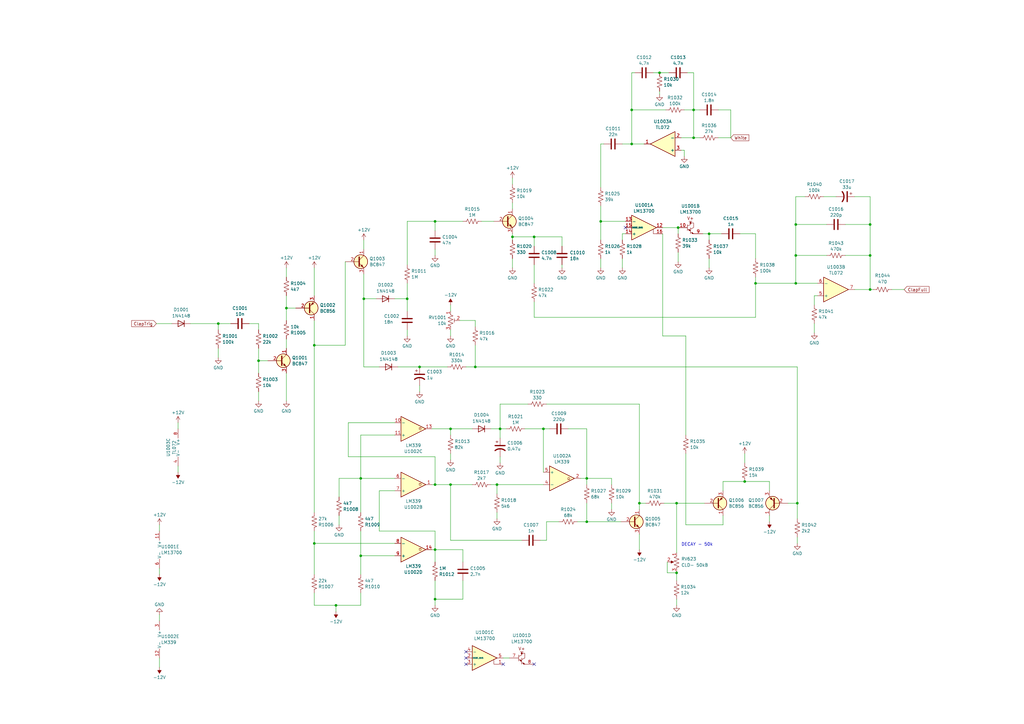
<source format=kicad_sch>
(kicad_sch (version 20230121) (generator eeschema)
  (paper "A3")
  (title_block (rev "1"))
  (junction (at 356.87 104.775))
  (junction (at 137.795 248.285))
  (junction (at 194.945 150.495))
  (junction (at 259.08 45.085))
  (junction (at 327.025 206.375))
  (junction (at 259.08 59.055))
  (junction (at 203.835 198.755))
  (junction (at 210.185 97.155))
  (junction (at 356.87 92.075))
  (junction (at 284.48 45.085))
  (junction (at 240.665 213.995))
  (junction (at 149.225 122.555))
  (junction (at 205.105 175.895))
  (junction (at 246.38 90.805))
  (junction (at 309.88 116.205))
  (junction (at 290.83 95.885))
  (junction (at 89.535 132.715))
  (junction (at 178.435 90.805))
  (junction (at 262.255 206.375))
  (junction (at 326.39 92.075))
  (junction (at 219.075 97.155))
  (junction (at 356.87 118.745))
  (junction (at 326.39 104.775))
  (junction (at 277.495 206.375))
  (junction (at 178.435 245.745))
  (junction (at 284.48 56.515))
  (junction (at 128.905 222.885))
  (junction (at 305.435 197.485))
  (junction (at 147.955 227.965))
  (junction (at 326.39 116.205))
  (junction (at 147.955 196.215))
  (junction (at 128.905 141.605))
  (junction (at 178.435 225.425))
  (junction (at 167.005 122.555))
  (junction (at 106.045 147.955))
  (junction (at 277.495 234.95))
  (junction (at 240.665 196.215))
  (junction (at 222.885 175.895))
  (junction (at 172.085 150.495))
  (junction (at 117.475 126.365))
  (junction (at 178.435 198.755))
  (junction (at 184.785 175.895))
  (junction (at 270.51 29.845))
  (junction (at 184.785 198.755))
  (junction (at 278.13 93.345))
  (no_connect (at 206.375 272.415))
  (no_connect (at 256.54 93.345))
  (no_connect (at 191.135 267.335))
  (no_connect (at 219.075 272.415))
  (no_connect (at 191.135 269.875))
  (no_connect (at 191.135 272.415))
  (wire (pts (xy 141.605 141.605) (xy 128.905 141.605)))
  (wire (pts (xy 294.64 56.515) (xy 299.72 56.515)))
  (wire (pts (xy 188.595 131.445) (xy 194.945 131.445)))
  (wire (pts (xy 277.495 206.375) (xy 288.925 206.375)))
  (wire (pts (xy 250.825 206.375) (xy 250.825 208.915)))
  (wire (pts (xy 255.27 59.055) (xy 259.08 59.055)))
  (wire (pts (xy 178.435 198.755) (xy 184.785 198.755)))
  (wire (pts (xy 296.545 201.295) (xy 296.545 197.485)))
  (wire (pts (xy 106.045 160.655) (xy 106.045 164.465)))
  (wire (pts (xy 203.835 210.185) (xy 203.835 212.725)))
  (wire (pts (xy 255.27 98.425) (xy 255.27 95.885)))
  (wire (pts (xy 284.48 56.515) (xy 287.02 56.515)))
  (wire (pts (xy 128.905 131.445) (xy 128.905 141.605)))
  (wire (pts (xy 222.885 175.895) (xy 225.425 175.895)))
  (wire (pts (xy 281.305 215.265) (xy 296.545 215.265)))
  (wire (pts (xy 142.875 173.355) (xy 142.875 187.325)))
  (wire (pts (xy 284.48 56.515) (xy 284.48 45.085)))
  (wire (pts (xy 147.955 196.215) (xy 161.925 196.215)))
  (wire (pts (xy 267.97 29.845) (xy 270.51 29.845)))
  (wire (pts (xy 337.82 80.645) (xy 342.9 80.645)))
  (wire (pts (xy 309.88 116.205) (xy 309.88 130.175)))
  (wire (pts (xy 271.78 93.345) (xy 278.13 93.345)))
  (wire (pts (xy 210.185 106.045) (xy 210.185 109.855)))
  (wire (pts (xy 137.795 248.285) (xy 128.905 248.285)))
  (wire (pts (xy 178.435 198.755) (xy 177.165 198.755)))
  (wire (pts (xy 139.065 211.455) (xy 139.065 215.265)))
  (wire (pts (xy 334.01 132.715) (xy 334.01 136.525)))
  (wire (pts (xy 117.475 139.065) (xy 117.475 142.875)))
  (wire (pts (xy 246.38 59.055) (xy 247.65 59.055)))
  (wire (pts (xy 262.255 206.375) (xy 264.795 206.375)))
  (wire (pts (xy 147.955 227.965) (xy 147.955 235.585)))
  (wire (pts (xy 73.025 173.355) (xy 73.025 175.895)))
  (wire (pts (xy 271.78 137.795) (xy 271.78 95.885)))
  (wire (pts (xy 205.105 165.735) (xy 205.105 175.895)))
  (wire (pts (xy 161.925 173.355) (xy 142.875 173.355)))
  (wire (pts (xy 191.135 150.495) (xy 194.945 150.495)))
  (wire (pts (xy 334.01 125.095) (xy 334.01 121.285)))
  (wire (pts (xy 178.435 245.745) (xy 189.865 245.745)))
  (wire (pts (xy 205.105 175.895) (xy 207.645 175.895)))
  (wire (pts (xy 219.075 97.155) (xy 219.075 100.965)))
  (wire (pts (xy 259.08 59.055) (xy 264.16 59.055)))
  (wire (pts (xy 161.925 178.435) (xy 147.955 178.435)))
  (wire (pts (xy 161.925 122.555) (xy 167.005 122.555)))
  (wire (pts (xy 277.495 206.375) (xy 277.495 226.695)))
  (wire (pts (xy 330.2 80.645) (xy 326.39 80.645)))
  (wire (pts (xy 128.905 248.285) (xy 128.905 243.205)))
  (wire (pts (xy 184.785 198.755) (xy 193.675 198.755)))
  (wire (pts (xy 278.13 103.505) (xy 278.13 107.315)))
  (wire (pts (xy 142.875 187.325) (xy 178.435 187.325)))
  (wire (pts (xy 277.495 234.315) (xy 277.495 234.95)))
  (wire (pts (xy 178.435 102.235) (xy 178.435 104.775)))
  (wire (pts (xy 210.185 95.885) (xy 210.185 97.155)))
  (wire (pts (xy 327.025 206.375) (xy 323.215 206.375)))
  (wire (pts (xy 240.665 196.215) (xy 250.825 196.215)))
  (wire (pts (xy 280.67 64.135) (xy 280.67 61.595)))
  (wire (pts (xy 184.785 221.615) (xy 184.785 198.755)))
  (wire (pts (xy 233.045 175.895) (xy 240.665 175.895)))
  (wire (pts (xy 346.71 104.775) (xy 356.87 104.775)))
  (wire (pts (xy 334.01 121.285) (xy 335.28 121.285)))
  (wire (pts (xy 284.48 29.845) (xy 281.94 29.845)))
  (wire (pts (xy 315.595 211.455) (xy 315.595 213.995)))
  (wire (pts (xy 326.39 104.775) (xy 339.09 104.775)))
  (wire (pts (xy 288.29 95.885) (xy 290.83 95.885)))
  (wire (pts (xy 106.045 142.875) (xy 106.045 147.955)))
  (wire (pts (xy 259.08 45.085) (xy 273.05 45.085)))
  (wire (pts (xy 141.605 107.315) (xy 141.605 141.605)))
  (wire (pts (xy 281.305 215.265) (xy 281.305 186.055)))
  (wire (pts (xy 89.535 142.875) (xy 89.535 146.685)))
  (wire (pts (xy 147.955 196.215) (xy 147.955 210.185)))
  (wire (pts (xy 139.065 196.215) (xy 147.955 196.215)))
  (wire (pts (xy 278.13 93.345) (xy 278.13 95.885)))
  (wire (pts (xy 326.39 116.205) (xy 335.28 116.205)))
  (wire (pts (xy 149.225 150.495) (xy 149.225 122.555)))
  (wire (pts (xy 203.835 198.755) (xy 222.885 198.755)))
  (wire (pts (xy 197.485 90.805) (xy 202.565 90.805)))
  (wire (pts (xy 137.795 250.825) (xy 137.795 248.285)))
  (wire (pts (xy 299.72 56.515) (xy 299.72 45.085)))
  (wire (pts (xy 305.435 186.055) (xy 305.435 189.865)))
  (wire (pts (xy 365.76 118.745) (xy 370.84 118.745)))
  (wire (pts (xy 117.475 121.285) (xy 117.475 126.365)))
  (wire (pts (xy 210.185 97.155) (xy 210.185 98.425)))
  (wire (pts (xy 236.855 213.995) (xy 240.665 213.995)))
  (wire (pts (xy 219.075 108.585) (xy 219.075 116.205)))
  (wire (pts (xy 315.595 197.485) (xy 315.595 201.295)))
  (wire (pts (xy 309.88 116.205) (xy 326.39 116.205)))
  (wire (pts (xy 326.39 92.075) (xy 339.09 92.075)))
  (wire (pts (xy 281.305 137.795) (xy 281.305 178.435)))
  (wire (pts (xy 350.52 80.645) (xy 356.87 80.645)))
  (wire (pts (xy 270.51 29.845) (xy 274.32 29.845)))
  (wire (pts (xy 128.905 109.855) (xy 128.905 121.285)))
  (wire (pts (xy 172.085 158.115) (xy 172.085 160.655)))
  (wire (pts (xy 260.35 29.845) (xy 259.08 29.845)))
  (wire (pts (xy 326.39 80.645) (xy 326.39 92.075)))
  (wire (pts (xy 221.615 221.615) (xy 224.155 221.615)))
  (wire (pts (xy 210.185 97.155) (xy 219.075 97.155)))
  (wire (pts (xy 327.025 150.495) (xy 327.025 206.375)))
  (wire (pts (xy 178.435 90.805) (xy 189.865 90.805)))
  (wire (pts (xy 230.505 97.155) (xy 230.505 100.965)))
  (wire (pts (xy 277.495 245.745) (xy 277.495 248.285)))
  (wire (pts (xy 167.005 135.255) (xy 167.005 137.795)))
  (wire (pts (xy 184.785 135.255) (xy 184.785 137.795)))
  (wire (pts (xy 194.945 150.495) (xy 194.945 141.605)))
  (wire (pts (xy 215.265 175.895) (xy 222.885 175.895)))
  (wire (pts (xy 246.38 76.835) (xy 246.38 59.055)))
  (wire (pts (xy 309.88 113.665) (xy 309.88 116.205)))
  (wire (pts (xy 137.795 248.285) (xy 147.955 248.285)))
  (wire (pts (xy 296.545 215.265) (xy 296.545 211.455)))
  (wire (pts (xy 327.025 212.725) (xy 327.025 206.375)))
  (wire (pts (xy 149.225 122.555) (xy 149.225 112.395)))
  (wire (pts (xy 290.83 95.885) (xy 290.83 98.425)))
  (wire (pts (xy 147.955 227.965) (xy 161.925 227.965)))
  (wire (pts (xy 216.535 165.735) (xy 205.105 165.735)))
  (wire (pts (xy 65.405 252.095) (xy 65.405 254.635)))
  (wire (pts (xy 155.575 201.295) (xy 155.575 217.805)))
  (wire (pts (xy 189.865 245.745) (xy 189.865 238.125)))
  (wire (pts (xy 299.72 45.085) (xy 294.64 45.085)))
  (wire (pts (xy 139.065 203.835) (xy 139.065 196.215)))
  (wire (pts (xy 128.905 222.885) (xy 161.925 222.885)))
  (wire (pts (xy 117.475 126.365) (xy 117.475 131.445)))
  (wire (pts (xy 184.785 175.895) (xy 193.675 175.895)))
  (wire (pts (xy 178.435 217.805) (xy 178.435 225.425)))
  (wire (pts (xy 89.535 132.715) (xy 94.615 132.715)))
  (wire (pts (xy 178.435 90.805) (xy 178.435 94.615)))
  (wire (pts (xy 167.005 122.555) (xy 167.005 127.635)))
  (wire (pts (xy 206.375 269.875) (xy 208.915 269.875)))
  (wire (pts (xy 246.38 90.805) (xy 256.54 90.805)))
  (wire (pts (xy 147.955 248.285) (xy 147.955 243.205)))
  (wire (pts (xy 205.105 187.325) (xy 205.105 189.865)))
  (wire (pts (xy 154.305 122.555) (xy 149.225 122.555)))
  (wire (pts (xy 184.785 125.095) (xy 184.785 127.635)))
  (wire (pts (xy 281.305 137.795) (xy 271.78 137.795)))
  (wire (pts (xy 128.905 217.805) (xy 128.905 222.885)))
  (wire (pts (xy 262.255 206.375) (xy 262.255 165.735)))
  (wire (pts (xy 203.835 198.755) (xy 203.835 202.565)))
  (wire (pts (xy 262.255 208.915) (xy 262.255 206.375)))
  (wire (pts (xy 106.045 147.955) (xy 109.855 147.955)))
  (wire (pts (xy 155.575 217.805) (xy 178.435 217.805)))
  (wire (pts (xy 222.885 175.895) (xy 222.885 193.675)))
  (wire (pts (xy 262.255 219.075) (xy 262.255 225.425)))
  (wire (pts (xy 184.785 186.055) (xy 184.785 188.595)))
  (wire (pts (xy 147.955 217.805) (xy 147.955 227.965)))
  (wire (pts (xy 240.665 175.895) (xy 240.665 196.215)))
  (wire (pts (xy 64.135 132.715) (xy 70.485 132.715)))
  (wire (pts (xy 201.295 198.755) (xy 203.835 198.755)))
  (wire (pts (xy 240.665 196.215) (xy 240.665 198.755)))
  (wire (pts (xy 356.87 118.745) (xy 350.52 118.745)))
  (wire (pts (xy 128.905 222.885) (xy 128.905 235.585)))
  (wire (pts (xy 184.785 175.895) (xy 184.785 178.435)))
  (wire (pts (xy 167.005 90.805) (xy 178.435 90.805)))
  (wire (pts (xy 273.685 230.505) (xy 273.685 234.95)))
  (wire (pts (xy 219.075 97.155) (xy 230.505 97.155)))
  (wire (pts (xy 240.665 196.215) (xy 238.125 196.215)))
  (wire (pts (xy 178.435 225.425) (xy 178.435 230.505)))
  (wire (pts (xy 161.925 201.295) (xy 155.575 201.295)))
  (wire (pts (xy 255.27 95.885) (xy 256.54 95.885)))
  (wire (pts (xy 194.945 131.445) (xy 194.945 133.985)))
  (wire (pts (xy 309.88 95.885) (xy 309.88 106.045)))
  (wire (pts (xy 163.195 150.495) (xy 172.085 150.495)))
  (wire (pts (xy 219.075 130.175) (xy 309.88 130.175)))
  (wire (pts (xy 273.685 234.95) (xy 277.495 234.95)))
  (wire (pts (xy 284.48 45.085) (xy 287.02 45.085)))
  (wire (pts (xy 167.005 116.205) (xy 167.005 122.555)))
  (wire (pts (xy 210.185 83.185) (xy 210.185 85.725)))
  (wire (pts (xy 213.995 221.615) (xy 184.785 221.615)))
  (wire (pts (xy 346.71 92.075) (xy 356.87 92.075)))
  (wire (pts (xy 178.435 225.425) (xy 189.865 225.425)))
  (wire (pts (xy 255.27 106.045) (xy 255.27 109.855)))
  (wire (pts (xy 259.08 29.845) (xy 259.08 45.085)))
  (wire (pts (xy 284.48 45.085) (xy 284.48 29.845)))
  (wire (pts (xy 356.87 104.775) (xy 356.87 118.745)))
  (wire (pts (xy 270.51 37.465) (xy 270.51 38.735)))
  (wire (pts (xy 172.085 150.495) (xy 183.515 150.495)))
  (wire (pts (xy 194.945 150.495) (xy 327.025 150.495)))
  (wire (pts (xy 240.665 206.375) (xy 240.665 213.995)))
  (wire (pts (xy 326.39 92.075) (xy 326.39 104.775)))
  (wire (pts (xy 246.38 84.455) (xy 246.38 90.805)))
  (wire (pts (xy 246.38 98.425) (xy 246.38 90.805)))
  (wire (pts (xy 73.025 191.135) (xy 73.025 193.675)))
  (wire (pts (xy 178.435 187.325) (xy 178.435 198.755)))
  (wire (pts (xy 290.83 95.885) (xy 295.91 95.885)))
  (wire (pts (xy 280.67 61.595) (xy 279.4 61.595)))
  (wire (pts (xy 65.405 233.045) (xy 65.405 235.585)))
  (wire (pts (xy 102.235 132.715) (xy 106.045 132.715)))
  (wire (pts (xy 205.105 175.895) (xy 205.105 179.705)))
  (wire (pts (xy 167.005 108.585) (xy 167.005 90.805)))
  (wire (pts (xy 290.83 106.045) (xy 290.83 109.855)))
  (wire (pts (xy 117.475 109.855) (xy 117.475 113.665)))
  (wire (pts (xy 178.435 225.425) (xy 177.165 225.425)))
  (wire (pts (xy 296.545 197.485) (xy 305.435 197.485)))
  (wire (pts (xy 246.38 106.045) (xy 246.38 109.855)))
  (wire (pts (xy 327.025 220.345) (xy 327.025 222.885)))
  (wire (pts (xy 89.535 132.715) (xy 89.535 135.255)))
  (wire (pts (xy 356.87 80.645) (xy 356.87 92.075)))
  (wire (pts (xy 224.155 213.995) (xy 229.235 213.995)))
  (wire (pts (xy 280.67 45.085) (xy 284.48 45.085)))
  (wire (pts (xy 177.165 175.895) (xy 184.785 175.895)))
  (wire (pts (xy 65.405 269.875) (xy 65.405 273.685)))
  (wire (pts (xy 230.505 108.585) (xy 230.505 109.855)))
  (wire (pts (xy 309.88 95.885) (xy 303.53 95.885)))
  (wire (pts (xy 356.87 92.075) (xy 356.87 104.775)))
  (wire (pts (xy 178.435 245.745) (xy 178.435 248.285)))
  (wire (pts (xy 106.045 147.955) (xy 106.045 153.035)))
  (wire (pts (xy 277.495 234.95) (xy 277.495 238.125)))
  (wire (pts (xy 326.39 104.775) (xy 326.39 116.205)))
  (wire (pts (xy 272.415 206.375) (xy 277.495 206.375)))
  (wire (pts (xy 155.575 150.495) (xy 149.225 150.495)))
  (wire (pts (xy 189.865 225.425) (xy 189.865 230.505)))
  (wire (pts (xy 78.105 132.715) (xy 89.535 132.715)))
  (wire (pts (xy 201.295 175.895) (xy 205.105 175.895)))
  (wire (pts (xy 128.905 141.605) (xy 128.905 210.185)))
  (wire (pts (xy 149.225 98.425) (xy 149.225 102.235)))
  (wire (pts (xy 219.075 123.825) (xy 219.075 130.175)))
  (wire (pts (xy 178.435 238.125) (xy 178.435 245.745)))
  (wire (pts (xy 147.955 178.435) (xy 147.955 196.215)))
  (wire (pts (xy 106.045 132.715) (xy 106.045 135.255)))
  (wire (pts (xy 117.475 153.035) (xy 117.475 164.465)))
  (wire (pts (xy 224.155 221.615) (xy 224.155 213.995)))
  (wire (pts (xy 279.4 56.515) (xy 284.48 56.515)))
  (wire (pts (xy 262.255 165.735) (xy 224.155 165.735)))
  (wire (pts (xy 240.665 213.995) (xy 254.635 213.995)))
  (wire (pts (xy 356.87 118.745) (xy 358.14 118.745)))
  (wire (pts (xy 210.185 73.025) (xy 210.185 75.565)))
  (wire (pts (xy 117.475 126.365) (xy 121.285 126.365)))
  (wire (pts (xy 305.435 197.485) (xy 315.595 197.485)))
  (wire (pts (xy 250.825 196.215) (xy 250.825 198.755)))
  (wire (pts (xy 65.405 215.265) (xy 65.405 217.805)))
  (wire (pts (xy 259.08 45.085) (xy 259.08 59.055)))
  (text "DECAY - 50k" (at 279.4 224.155 0) (effects (font (size 1.27 1.27)) (justify left bottom)))
  (global_label "ClapFull" (shape input) (at 370.84 118.745 0) (property "Intersheetrefs" "${INTERSHEET_REFS}" (effects hide)))
  (global_label "ClapTrig" (shape input) (at 64.135 132.715 180) (property "Intersheetrefs" "${INTERSHEET_REFS}" (effects hide)))
  (global_label "White" (shape input) (at 299.72 56.515 0) (property "Intersheetrefs" "${INTERSHEET_REFS}" (effects hide)))
  (symbol (lib_id "Comparator:LM339") (at 230.505 196.215 0) (unit 1)
    (property "Reference" "U1002" (at 230.505 186.9907 0))
    (property "Value" "LM339" (at 230.505 189.4149 0))
    (property "Footprint" "PCM_Package_SO_AKL:SOIC-14_3.9x8.7mm_P1.27mm" (effects hide))
    (property "Datasheet" "https://www.st.com/resource/en/datasheet/lm139.pdf" (effects hide))
    (instances (project "ESP808_mk3_rev2" (path "" (reference "U1002") (unit 1))) (project "Clap" (path "" (reference "U601") (unit 1))) (project "ESP808" (path "" (reference "U601") (unit 1))))
  )
  (symbol (lib_id "Device:C") (at 167.005 131.445 0) (unit 1)
    (property "Reference" "C1002" (at 157.48 129.6558 0) (effects (justify left)))
    (property "Value" "18n" (at 157.48 132.08 0) (effects (justify left)))
    (property "Footprint" "Capacitor_SMD:C_0805_2012Metric" (effects hide))
    (instances (project "ESP808_mk3_rev2" (path "" (reference "C1002") (unit 1))) (project "Clap" (path "" (reference "C606") (unit 1))) (project "ESP808" (path "" (reference "C606") (unit 1))))
  )
  (symbol (lib_id "Device:R_US") (at 117.475 135.255 0) (mirror x) (unit 1)
    (property "Reference" "R1005" (at 119.126 136.4671 0) (effects (justify left)))
    (property "Value" "10k" (at 119.126 134.0429 0) (effects (justify left)))
    (property "Footprint" "PCM_Resistor_SMD_AKL:R_0805_2012Metric" (effects hide))
    (instances (project "ESP808_mk3_rev2" (path "" (reference "R1005") (unit 1))) (project "Clap" (path "" (reference "R605") (unit 1))) (project "ESP808" (path "" (reference "R605") (unit 1))))
  )
  (symbol (lib_id "Device:R_Potentiometer_Trim_US") (at 184.785 131.445 0) (unit 1)
    (property "Reference" "RV1001" (at 183.1341 130.2329 0) (effects (justify right)))
    (property "Value" "10k" (at 183.1341 132.6571 0) (effects (justify right)))
    (property "Footprint" "Potentiometer_THT:Potentiometer_Piher_PT-6-V_Vertical" (effects hide))
    (instances (project "ESP808_mk3_rev2" (path "" (reference "RV1001") (unit 1))) (project "Clap" (path "" (reference "RV601") (unit 1))) (project "ESP808" (path "" (reference "RV601") (unit 1))))
  )
  (symbol (lib_id "Device:R_Potentiometer_US") (at 277.495 230.505 0) (mirror y) (unit 1)
    (property "Reference" "RV623" (at 279.4 229.235 0) (effects (justify right)))
    (property "Value" "CLD- 50kB" (at 279.4 231.775 0) (effects (justify right)))
    (property "Footprint" "PCM_Potentiometer_THT_AKL:Potentiometer_Alpha_RD901F-40-00D_Single_Vertical" (effects hide))
    (instances (project "ESP808_mk3_rev2" (path "" (reference "RV623") (unit 1)) (path "" (reference "RV1002") (unit 1))) (project "Mixer" (path "" (reference "RV623") (unit 1))))
  )
  (symbol (lib_id "PCM_4ms_Power-symbol:GND") (at 278.13 107.315 0) (unit 1)
    (property "Reference" "#PWR01032" (effects hide))
    (property "Value" "GND" (at 278.13 111.4481 0))
    (instances (project "ESP808_mk3_rev2" (path "" (reference "#PWR01032") (unit 1))) (project "Clap" (path "" (reference "#PWR0626") (unit 1))) (project "ESP808" (path "" (reference "#PWR0626") (unit 1))))
  )
  (symbol (lib_id "Device:R_US") (at 305.435 193.675 180) (unit 1)
    (property "Reference" "R1039" (at 307.086 192.4629 0) (effects (justify right)))
    (property "Value" "15k" (at 307.086 194.8871 0) (effects (justify right)))
    (property "Footprint" "PCM_Resistor_SMD_AKL:R_0805_2012Metric" (effects hide))
    (instances (project "ESP808_mk3_rev2" (path "" (reference "R1039") (unit 1))) (project "Clap" (path "" (reference "R634") (unit 1))) (project "ESP808" (path "" (reference "R634") (unit 1))))
  )
  (symbol (lib_id "Amplifier_Operational:TL072") (at 70.485 183.515 0) (mirror y) (unit 3)
    (property "Reference" "U1003" (at 69.0077 183.515 90))
    (property "Value" "TL072" (at 71.4319 183.515 90))
    (property "Footprint" "PCM_Package_SO_AKL:SOIC-8_3.9x4.9mm_P1.27mm" (effects hide))
    (property "Datasheet" "http://www.ti.com/lit/ds/symlink/tl071.pdf" (effects hide))
    (instances (project "ESP808_mk3_rev2" (path "" (reference "U1003") (unit 3))) (project "Clap" (path "" (reference "U603") (unit 3))) (project "ESP808" (path "" (reference "U603") (unit 3))))
  )
  (symbol (lib_id "Device:C") (at 178.435 98.425 0) (unit 1)
    (property "Reference" "C1004" (at 181.356 97.2129 0) (effects (justify left)))
    (property "Value" "47n" (at 181.356 99.6371 0) (effects (justify left)))
    (property "Footprint" "Capacitor_SMD:C_0805_2012Metric" (effects hide))
    (instances (project "ESP808_mk3_rev2" (path "" (reference "C1004") (unit 1))) (project "Clap" (path "" (reference "C607") (unit 1))) (project "ESP808" (path "" (reference "C607") (unit 1))))
  )
  (symbol (lib_id "Device:R_US") (at 128.905 239.395 0) (mirror x) (unit 1)
    (property "Reference" "R1007" (at 130.556 240.6071 0) (effects (justify left)))
    (property "Value" "22k" (at 130.556 238.1829 0) (effects (justify left)))
    (property "Footprint" "PCM_Resistor_SMD_AKL:R_0805_2012Metric" (effects hide))
    (instances (project "ESP808_mk3_rev2" (path "" (reference "R1007") (unit 1))) (project "Clap" (path "" (reference "R609") (unit 1))) (project "ESP808" (path "" (reference "R609") (unit 1))))
  )
  (symbol (lib_id "PCM_4ms_Power-symbol:GND") (at 89.535 146.685 0) (unit 1)
    (property "Reference" "#PWR01007" (effects hide))
    (property "Value" "GND" (at 89.535 150.8181 0))
    (instances (project "ESP808_mk3_rev2" (path "" (reference "#PWR01007") (unit 1))) (project "Clap" (path "" (reference "#PWR0602") (unit 1))) (project "ESP808" (path "" (reference "#PWR0602") (unit 1))))
  )
  (symbol (lib_id "Comparator:LM339") (at 169.545 198.755 0) (mirror x) (unit 2)
    (property "Reference" "U1002" (at 169.545 207.9793 0))
    (property "Value" "LM339" (at 169.545 205.5551 0))
    (property "Footprint" "PCM_Package_SO_AKL:SOIC-14_3.9x8.7mm_P1.27mm" (effects hide))
    (property "Datasheet" "https://www.st.com/resource/en/datasheet/lm139.pdf" (effects hide))
    (instances (project "ESP808_mk3_rev2" (path "" (reference "U1002") (unit 2))) (project "Clap" (path "" (reference "U601") (unit 2))) (project "ESP808" (path "" (reference "U601") (unit 2))))
  )
  (symbol (lib_id "Device:R_US") (at 147.955 239.395 0) (mirror x) (unit 1)
    (property "Reference" "R1010" (at 149.606 240.6071 0) (effects (justify left)))
    (property "Value" "4k7" (at 149.606 238.1829 0) (effects (justify left)))
    (property "Footprint" "PCM_Resistor_SMD_AKL:R_0805_2012Metric" (effects hide))
    (instances (project "ESP808_mk3_rev2" (path "" (reference "R1010") (unit 1))) (project "Clap" (path "" (reference "R608") (unit 1))) (project "ESP808" (path "" (reference "R608") (unit 1))))
  )
  (symbol (lib_id "Device:R_US") (at 139.065 207.645 0) (mirror x) (unit 1)
    (property "Reference" "R1008" (at 140.716 208.8571 0) (effects (justify left)))
    (property "Value" "4k7" (at 140.716 206.4329 0) (effects (justify left)))
    (property "Footprint" "PCM_Resistor_SMD_AKL:R_0805_2012Metric" (effects hide))
    (instances (project "ESP808_mk3_rev2" (path "" (reference "R1008") (unit 1))) (project "Clap" (path "" (reference "R610") (unit 1))) (project "ESP808" (path "" (reference "R610") (unit 1))))
  )
  (symbol (lib_id "power:-12V") (at 315.595 213.995 180) (unit 1)
    (property "Reference" "#PWR01037" (effects hide))
    (property "Value" "-12V" (at 315.595 218.1281 0))
    (instances (project "ESP808_mk3_rev2" (path "" (reference "#PWR01037") (unit 1))) (project "Clap" (path "" (reference "#PWR0632") (unit 1))) (project "ESP808" (path "" (reference "#PWR0632") (unit 1))))
  )
  (symbol (lib_id "Amplifier_Operational:LM13700") (at 198.755 269.875 0) (unit 3)
    (property "Reference" "U1001" (at 198.755 259.334 0))
    (property "Value" "LM13700" (at 198.755 261.874 0))
    (property "Footprint" "Package_DIP:DIP-16_W7.62mm" (effects hide))
    (property "Datasheet" "http://www.ti.com/lit/ds/symlink/lm13700.pdf" (effects hide))
    (instances (project "ESP808_mk3_rev2" (path "" (reference "U1001") (unit 3))) (project "Clap" (path "" (reference "U602") (unit 3))) (project "ESP808" (path "" (reference "U602") (unit 3))))
  )
  (symbol (lib_id "power:-12V") (at 262.255 225.425 180) (unit 1)
    (property "Reference" "#PWR01030" (effects hide))
    (property "Value" "-12V" (at 262.255 229.5581 0))
    (instances (project "ESP808_mk3_rev2" (path "" (reference "#PWR01030") (unit 1))) (project "Clap" (path "" (reference "#PWR0614") (unit 1))) (project "ESP808" (path "" (reference "#PWR0614") (unit 1))))
  )
  (symbol (lib_id "PCM_4ms_Power-symbol:+12V") (at 65.405 215.265 0) (unit 1)
    (property "Reference" "#PWR01001" (effects hide))
    (property "Value" "+12V" (at 65.405 211.1319 0))
    (instances (project "ESP808_mk3_rev2" (path "" (reference "#PWR01001") (unit 1))) (project "Clap" (path "" (reference "#PWR0634") (unit 1))) (project "ESP808" (path "" (reference "#PWR0634") (unit 1))))
  )
  (symbol (lib_id "Device:R_US") (at 240.665 202.565 180) (unit 1)
    (property "Reference" "R1027" (at 242.316 201.3529 0) (effects (justify right)))
    (property "Value" "68k" (at 242.316 203.7771 0) (effects (justify right)))
    (property "Footprint" "PCM_Resistor_SMD_AKL:R_0805_2012Metric" (effects hide))
    (instances (project "ESP808_mk3_rev2" (path "" (reference "R1027") (unit 1))) (project "Clap" (path "" (reference "R617") (unit 1))) (project "ESP808" (path "" (reference "R617") (unit 1))))
  )
  (symbol (lib_id "PCM_4ms_Power-symbol:GND") (at 167.005 137.795 0) (unit 1)
    (property "Reference" "#PWR01015" (effects hide))
    (property "Value" "GND" (at 167.005 141.9281 0))
    (instances (project "ESP808_mk3_rev2" (path "" (reference "#PWR01015") (unit 1))) (project "Clap" (path "" (reference "#PWR0617") (unit 1))) (project "ESP808" (path "" (reference "#PWR0617") (unit 1))))
  )
  (symbol (lib_id "Device:R_US") (at 147.955 213.995 0) (mirror x) (unit 1)
    (property "Reference" "R1009" (at 149.606 215.2071 0) (effects (justify left)))
    (property "Value" "4k7" (at 149.606 212.7829 0) (effects (justify left)))
    (property "Footprint" "PCM_Resistor_SMD_AKL:R_0805_2012Metric" (effects hide))
    (instances (project "ESP808_mk3_rev2" (path "" (reference "R1009") (unit 1))) (project "Clap" (path "" (reference "R607") (unit 1))) (project "ESP808" (path "" (reference "R607") (unit 1))))
  )
  (symbol (lib_id "Device:R_US") (at 106.045 156.845 0) (unit 1)
    (property "Reference" "R1003" (at 107.696 155.6329 0) (effects (justify left)))
    (property "Value" "10k" (at 107.696 158.0571 0) (effects (justify left)))
    (property "Footprint" "PCM_Resistor_SMD_AKL:R_0805_2012Metric" (effects hide))
    (instances (project "ESP808_mk3_rev2" (path "" (reference "R1003") (unit 1))) (project "Clap" (path "" (reference "R603") (unit 1))) (project "ESP808" (path "" (reference "R603") (unit 1))))
  )
  (symbol (lib_id "PCM_4ms_Power-symbol:GND") (at 280.67 64.135 0) (unit 1)
    (property "Reference" "#PWR01033" (effects hide))
    (property "Value" "GND" (at 280.67 68.2681 0))
    (instances (project "ESP808_mk3_rev2" (path "" (reference "#PWR01033") (unit 1))) (project "Clap" (path "" (reference "#PWR0630") (unit 1))) (project "ESP808" (path "" (reference "#PWR0630") (unit 1))))
  )
  (symbol (lib_id "power:-12V") (at 137.795 250.825 180) (unit 1)
    (property "Reference" "#PWR01012" (effects hide))
    (property "Value" "-12V" (at 137.795 254.9581 0))
    (instances (project "ESP808_mk3_rev2" (path "" (reference "#PWR01012") (unit 1))) (project "Clap" (path "" (reference "#PWR0608") (unit 1))) (project "ESP808" (path "" (reference "#PWR0608") (unit 1))))
  )
  (symbol (lib_id "Device:R_US") (at 89.535 139.065 0) (unit 1)
    (property "Reference" "R1001" (at 91.186 137.8529 0) (effects (justify left)))
    (property "Value" "100k" (at 91.186 140.2771 0) (effects (justify left)))
    (property "Footprint" "PCM_Resistor_SMD_AKL:R_0805_2012Metric" (effects hide))
    (instances (project "ESP808_mk3_rev2" (path "" (reference "R1001") (unit 1))) (project "Clap" (path "" (reference "R601") (unit 1))) (project "ESP808" (path "" (reference "R601") (unit 1))))
  )
  (symbol (lib_id "Device:R_US") (at 167.005 112.395 0) (unit 1)
    (property "Reference" "R1011" (at 168.656 111.1829 0) (effects (justify left)))
    (property "Value" "1M" (at 168.656 113.6071 0) (effects (justify left)))
    (property "Footprint" "PCM_Resistor_SMD_AKL:R_0805_2012Metric" (effects hide))
    (instances (project "ESP808_mk3_rev2" (path "" (reference "R1011") (unit 1))) (project "Clap" (path "" (reference "R620") (unit 1))) (project "ESP808" (path "" (reference "R620") (unit 1))))
  )
  (symbol (lib_id "Amplifier_Operational:TL072") (at 342.9 118.745 0) (mirror x) (unit 2)
    (property "Reference" "U1003" (at 342.9 109.5207 0))
    (property "Value" "TL072" (at 342.9 111.9449 0))
    (property "Footprint" "PCM_Package_SO_AKL:SOIC-8_3.9x4.9mm_P1.27mm" (effects hide))
    (property "Datasheet" "http://www.ti.com/lit/ds/symlink/tl071.pdf" (effects hide))
    (instances (project "ESP808_mk3_rev2" (path "" (reference "U1003") (unit 2))) (project "Clap" (path "" (reference "U603") (unit 2))) (project "ESP808" (path "" (reference "U603") (unit 2))))
  )
  (symbol (lib_id "PCM_4ms_Power-symbol:GND") (at 184.785 188.595 0) (unit 1)
    (property "Reference" "#PWR01021" (effects hide))
    (property "Value" "GND" (at 184.785 192.7281 0))
    (instances (project "ESP808_mk3_rev2" (path "" (reference "#PWR01021") (unit 1))) (project "Clap" (path "" (reference "#PWR0612") (unit 1))) (project "ESP808" (path "" (reference "#PWR0612") (unit 1))))
  )
  (symbol (lib_id "PCM_4ms_Power-symbol:+12V") (at 149.225 98.425 0) (unit 1)
    (property "Reference" "#PWR01014" (effects hide))
    (property "Value" "+12V" (at 149.225 94.2919 0))
    (instances (project "ESP808_mk3_rev2" (path "" (reference "#PWR01014") (unit 1))) (project "Clap" (path "" (reference "#PWR0616") (unit 1))) (project "ESP808" (path "" (reference "#PWR0616") (unit 1))))
  )
  (symbol (lib_id "PCM_4ms_Power-symbol:GND") (at 230.505 109.855 0) (unit 1)
    (property "Reference" "#PWR01026" (effects hide))
    (property "Value" "GND" (at 230.505 113.9881 0))
    (instances (project "ESP808_mk3_rev2" (path "" (reference "#PWR01026") (unit 1))) (project "Clap" (path "" (reference "#PWR0623") (unit 1))) (project "ESP808" (path "" (reference "#PWR0623") (unit 1))))
  )
  (symbol (lib_id "Amplifier_Operational:LM13700") (at 216.535 269.875 0) (unit 4)
    (property "Reference" "U1001" (at 213.995 260.604 0))
    (property "Value" "LM13700" (at 213.995 263.144 0))
    (property "Footprint" "Package_DIP:DIP-16_W7.62mm" (effects hide))
    (property "Datasheet" "http://www.ti.com/lit/ds/symlink/lm13700.pdf" (effects hide))
    (instances (project "ESP808_mk3_rev2" (path "" (reference "U1001") (unit 4))) (project "Clap" (path "" (reference "U602") (unit 4))) (project "ESP808" (path "" (reference "U602") (unit 4))))
  )
  (symbol (lib_id "PCM_4ms_Power-symbol:GND") (at 139.065 215.265 0) (unit 1)
    (property "Reference" "#PWR01013" (effects hide))
    (property "Value" "GND" (at 139.065 219.3981 0))
    (instances (project "ESP808_mk3_rev2" (path "" (reference "#PWR01013") (unit 1))) (project "Clap" (path "" (reference "#PWR0609") (unit 1))) (project "ESP808" (path "" (reference "#PWR0609") (unit 1))))
  )
  (symbol (lib_id "PCM_Transistor_BJT_AKL:BC547") (at 259.715 213.995 0) (unit 1)
    (property "Reference" "Q1005" (at 264.5664 212.7829 0) (effects (justify left)))
    (property "Value" "BC847" (at 264.5664 215.2071 0) (effects (justify left)))
    (property "Footprint" "PCM_4ms_Package_SOT:SOT-23" (effects hide))
    (property "Datasheet" "https://www.tme.eu/Document/6c5d898a533a0762c2bc33eb26c283a8/BC546-550-DTE.pdf" (effects hide))
    (instances (project "ESP808_mk3_rev2" (path "" (reference "Q1005") (unit 1))) (project "Clap" (path "" (reference "Q603") (unit 1))) (project "ESP808" (path "" (reference "Q603") (unit 1))))
  )
  (symbol (lib_id "PCM_4ms_Power-symbol:GND") (at 334.01 136.525 0) (unit 1)
    (property "Reference" "#PWR01038" (effects hide))
    (property "Value" "GND" (at 334.01 140.6581 0))
    (instances (project "ESP808_mk3_rev2" (path "" (reference "#PWR01038") (unit 1))) (project "Clap" (path "" (reference "#PWR0639") (unit 1))) (project "ESP808" (path "" (reference "#PWR0639") (unit 1))))
  )
  (symbol (lib_id "power:-12V") (at 65.405 235.585 180) (unit 1)
    (property "Reference" "#PWR01002" (effects hide))
    (property "Value" "-12V" (at 65.405 239.7181 0))
    (instances (project "ESP808_mk3_rev2" (path "" (reference "#PWR01002") (unit 1))) (project "Clap" (path "" (reference "#PWR0635") (unit 1))) (project "ESP808" (path "" (reference "#PWR0635") (unit 1))))
  )
  (symbol (lib_id "PCM_4ms_Power-symbol:GND") (at 205.105 189.865 0) (unit 1)
    (property "Reference" "#PWR01023" (effects hide))
    (property "Value" "GND" (at 205.105 193.9981 0))
    (instances (project "ESP808_mk3_rev2" (path "" (reference "#PWR01023") (unit 1))) (project "Clap" (path "" (reference "#PWR0613") (unit 1))) (project "ESP808" (path "" (reference "#PWR0613") (unit 1))))
  )
  (symbol (lib_id "Diode:1N4148") (at 158.115 122.555 180) (unit 1)
    (property "Reference" "D1002" (at 158.115 116.84 0))
    (property "Value" "1N4148" (at 158.115 119.38 0))
    (property "Footprint" "Diode_SMD:D_SOD-123" (effects hide))
    (property "Datasheet" "https://assets.nexperia.com/documents/data-sheet/1N4148_1N4448.pdf" (effects hide))
    (property "Sim.Device" "D" (effects hide))
    (property "Sim.Pins" "1=K 2=A" (effects hide))
    (instances (project "ESP808_mk3_rev2" (path "" (reference "D1002") (unit 1))) (project "Clap" (path "" (reference "D603") (unit 1))) (project "ESP808" (path "" (reference "D603") (unit 1))))
  )
  (symbol (lib_id "Device:R_US") (at 178.435 234.315 0) (mirror x) (unit 1)
    (property "Reference" "R1012" (at 180.086 235.5271 0) (effects (justify left)))
    (property "Value" "1M" (at 180.086 233.1029 0) (effects (justify left)))
    (property "Footprint" "PCM_Resistor_SMD_AKL:R_0805_2012Metric" (effects hide))
    (instances (project "ESP808_mk3_rev2" (path "" (reference "R1012") (unit 1))) (project "Clap" (path "" (reference "R611") (unit 1))) (project "ESP808" (path "" (reference "R611") (unit 1))))
  )
  (symbol (lib_id "Amplifier_Operational:TL072") (at 271.78 59.055 180) (unit 1)
    (property "Reference" "U1003" (at 271.78 49.8307 0))
    (property "Value" "TL072" (at 271.78 52.2549 0))
    (property "Footprint" "PCM_Package_SO_AKL:SOIC-8_3.9x4.9mm_P1.27mm" (effects hide))
    (property "Datasheet" "http://www.ti.com/lit/ds/symlink/tl071.pdf" (effects hide))
    (instances (project "ESP808_mk3_rev2" (path "" (reference "U1003") (unit 1))) (project "Clap" (path "" (reference "U603") (unit 1))) (project "ESP808" (path "" (reference "U603") (unit 1))))
  )
  (symbol (lib_id "Device:R_US") (at 361.95 118.745 90) (unit 1)
    (property "Reference" "R1044" (at 361.95 113.03 90))
    (property "Value" "470" (at 361.95 115.57 90))
    (property "Footprint" "PCM_Resistor_SMD_AKL:R_0805_2012Metric" (effects hide))
    (instances (project "ESP808_mk3_rev2" (path "" (reference "R1044") (unit 1))) (project "Clap" (path "" (reference "R641") (unit 1))) (project "ESP808" (path "" (reference "R641") (unit 1))))
  )
  (symbol (lib_id "Amplifier_Operational:LM13700") (at 285.75 93.345 0) (unit 2)
    (property "Reference" "U1001" (at 283.21 84.4961 0))
    (property "Value" "LM13700" (at 283.21 86.9203 0))
    (property "Footprint" "Package_DIP:DIP-16_W7.62mm" (effects hide))
    (property "Datasheet" "http://www.ti.com/lit/ds/symlink/lm13700.pdf" (effects hide))
    (instances (project "ESP808_mk3_rev2" (path "" (reference "U1001") (unit 2))) (project "Clap" (path "" (reference "U602") (unit 2))) (project "ESP808" (path "" (reference "U602") (unit 2))))
  )
  (symbol (lib_id "PCM_4ms_Power-symbol:GND") (at 203.835 212.725 0) (unit 1)
    (property "Reference" "#PWR01022" (effects hide))
    (property "Value" "GND" (at 203.835 216.8581 0))
    (instances (project "ESP808_mk3_rev2" (path "" (reference "#PWR01022") (unit 1))) (project "Clap" (path "" (reference "#PWR0611") (unit 1))) (project "ESP808" (path "" (reference "#PWR0611") (unit 1))))
  )
  (symbol (lib_id "Device:C_Polarized_US") (at 205.105 183.515 0) (unit 1)
    (property "Reference" "C1006" (at 208.026 181.6679 0) (effects (justify left)))
    (property "Value" "0.47u" (at 208.026 184.0921 0) (effects (justify left)))
    (property "Footprint" "Capacitor_SMD:C_0805_2012Metric" (effects hide))
    (instances (project "ESP808_mk3_rev2" (path "" (reference "C1006") (unit 1))) (project "Clap" (path "" (reference "C604") (unit 1))) (project "ESP808" (path "" (reference "C604") (unit 1))))
  )
  (symbol (lib_id "PCM_4ms_Power-symbol:GND") (at 178.435 104.775 0) (unit 1)
    (property "Reference" "#PWR01017" (effects hide))
    (property "Value" "GND" (at 178.435 108.9081 0))
    (instances (project "ESP808_mk3_rev2" (path "" (reference "#PWR01017") (unit 1))) (project "Clap" (path "" (reference "#PWR0618") (unit 1))) (project "ESP808" (path "" (reference "#PWR0618") (unit 1))))
  )
  (symbol (lib_id "PCM_4ms_Power-symbol:GND") (at 327.025 222.885 0) (unit 1)
    (property "Reference" "#PWR01039" (effects hide))
    (property "Value" "GND" (at 327.025 227.0181 0))
    (instances (project "ESP808_mk3_rev2" (path "" (reference "#PWR01039") (unit 1))) (project "Clap" (path "" (reference "#PWR0638") (unit 1))) (project "ESP808" (path "" (reference "#PWR0638") (unit 1))))
  )
  (symbol (lib_id "PCM_4ms_Power-symbol:GND") (at 270.51 38.735 0) (unit 1)
    (property "Reference" "#PWR01031" (effects hide))
    (property "Value" "GND" (at 270.51 42.8681 0))
    (instances (project "ESP808_mk3_rev2" (path "" (reference "#PWR01031") (unit 1))) (project "Clap" (path "" (reference "#PWR0631") (unit 1))) (project "ESP808" (path "" (reference "#PWR0631") (unit 1))))
  )
  (symbol (lib_id "Device:R_US") (at 246.38 80.645 0) (unit 1)
    (property "Reference" "R1025" (at 248.031 79.4329 0) (effects (justify left)))
    (property "Value" "39k" (at 248.031 81.8571 0) (effects (justify left)))
    (property "Footprint" "PCM_Resistor_SMD_AKL:R_0805_2012Metric" (effects hide))
    (instances (project "ESP808_mk3_rev2" (path "" (reference "R1025") (unit 1))) (project "Clap" (path "" (reference "R629") (unit 1))) (project "ESP808" (path "" (reference "R629") (unit 1))))
  )
  (symbol (lib_id "Device:R_US") (at 210.185 79.375 0) (unit 1)
    (property "Reference" "R1019" (at 211.836 78.1629 0) (effects (justify left)))
    (property "Value" "10k" (at 211.836 80.5871 0) (effects (justify left)))
    (property "Footprint" "PCM_Resistor_SMD_AKL:R_0805_2012Metric" (effects hide))
    (instances (project "ESP808_mk3_rev2" (path "" (reference "R1019") (unit 1))) (project "Clap" (path "" (reference "R622") (unit 1))) (project "ESP808" (path "" (reference "R622") (unit 1))))
  )
  (symbol (lib_id "PCM_4ms_Power-symbol:+12V") (at 73.025 173.355 0) (unit 1)
    (property "Reference" "#PWR01005" (effects hide))
    (property "Value" "+12V" (at 73.025 169.2219 0))
    (instances (project "ESP808_mk3_rev2" (path "" (reference "#PWR01005") (unit 1))) (project "Clap" (path "" (reference "#PWR0628") (unit 1))) (project "ESP808" (path "" (reference "#PWR0628") (unit 1))))
  )
  (symbol (lib_id "PCM_Transistor_BJT_AKL:BC547") (at 146.685 107.315 0) (unit 1)
    (property "Reference" "Q1003" (at 151.5364 106.1029 0) (effects (justify left)))
    (property "Value" "BC847" (at 151.5364 108.5271 0) (effects (justify left)))
    (property "Footprint" "PCM_4ms_Package_SOT:SOT-23" (effects hide))
    (property "Datasheet" "https://www.tme.eu/Document/6c5d898a533a0762c2bc33eb26c283a8/BC546-550-DTE.pdf" (effects hide))
    (instances (project "ESP808_mk3_rev2" (path "" (reference "Q1003") (unit 1))) (project "Clap" (path "" (reference "Q604") (unit 1))) (project "ESP808" (path "" (reference "Q604") (unit 1))))
  )
  (symbol (lib_id "Device:R_US") (at 128.905 213.995 0) (mirror x) (unit 1)
    (property "Reference" "R1006" (at 130.556 215.2071 0) (effects (justify left)))
    (property "Value" "27k" (at 130.556 212.7829 0) (effects (justify left)))
    (property "Footprint" "PCM_Resistor_SMD_AKL:R_0805_2012Metric" (effects hide))
    (instances (project "ESP808_mk3_rev2" (path "" (reference "R1006") (unit 1))) (project "Clap" (path "" (reference "R606") (unit 1))) (project "ESP808" (path "" (reference "R606") (unit 1))))
  )
  (symbol (lib_id "Device:C_Polarized_US") (at 346.71 80.645 270) (unit 1)
    (property "Reference" "C1017" (at 347.345 74.3417 90))
    (property "Value" "33u" (at 347.345 76.7659 90))
    (property "Footprint" "Capacitor_THT:CP_Radial_D5.0mm_P2.00mm" (effects hide))
    (instances (project "ESP808_mk3_rev2" (path "" (reference "C1017") (unit 1))) (project "Clap" (path "" (reference "C616") (unit 1))) (project "ESP808" (path "" (reference "C616") (unit 1))))
  )
  (symbol (lib_id "Device:R_US") (at 290.83 102.235 0) (unit 1)
    (property "Reference" "R1037" (at 292.481 101.0229 0) (effects (justify left)))
    (property "Value" "10k" (at 292.481 103.4471 0) (effects (justify left)))
    (property "Footprint" "PCM_Resistor_SMD_AKL:R_0805_2012Metric" (effects hide))
    (instances (project "ESP808_mk3_rev2" (path "" (reference "R1037") (unit 1))) (project "Clap" (path "" (reference "R635") (unit 1))) (project "ESP808" (path "" (reference "R635") (unit 1))))
  )
  (symbol (lib_id "Device:R_US") (at 220.345 165.735 270) (unit 1)
    (property "Reference" "R1023" (at 220.345 160.7017 90))
    (property "Value" "330" (at 220.345 163.1259 90))
    (property "Footprint" "PCM_Resistor_SMD_AKL:R_0805_2012Metric" (effects hide))
    (instances (project "ESP808_mk3_rev2" (path "" (reference "R1023") (unit 1))) (project "Clap" (path "" (reference "R616") (unit 1))) (project "ESP808" (path "" (reference "R616") (unit 1))))
  )
  (symbol (lib_id "Device:C") (at 229.235 175.895 270) (unit 1)
    (property "Reference" "C1009" (at 229.235 169.5917 90))
    (property "Value" "220p" (at 229.235 172.0159 90))
    (property "Footprint" "Capacitor_SMD:C_0805_2012Metric" (effects hide))
    (instances (project "ESP808_mk3_rev2" (path "" (reference "C1009") (unit 1))) (project "Clap" (path "" (reference "C603") (unit 1))) (project "ESP808" (path "" (reference "C603") (unit 1))))
  )
  (symbol (lib_id "Device:C") (at 290.83 45.085 90) (unit 1)
    (property "Reference" "C1014" (at 290.83 38.7817 90))
    (property "Value" "1.8n" (at 290.83 41.2059 90))
    (property "Footprint" "Capacitor_SMD:C_0805_2012Metric" (effects hide))
    (instances (project "ESP808_mk3_rev2" (path "" (reference "C1014") (unit 1))) (project "Clap" (path "" (reference "C614") (unit 1))) (project "ESP808" (path "" (reference "C614") (unit 1))))
  )
  (symbol (lib_id "PCM_Transistor_BJT_AKL:BC547") (at 114.935 147.955 0) (unit 1)
    (property "Reference" "Q1001" (at 119.7864 146.7429 0) (effects (justify left)))
    (property "Value" "BC847" (at 119.7864 149.1671 0) (effects (justify left)))
    (property "Footprint" "PCM_4ms_Package_SOT:SOT-23" (effects hide))
    (property "Datasheet" "https://www.tme.eu/Document/6c5d898a533a0762c2bc33eb26c283a8/BC546-550-DTE.pdf" (effects hide))
    (instances (project "ESP808_mk3_rev2" (path "" (reference "Q1001") (unit 1))) (project "Clap" (path "" (reference "Q601") (unit 1))) (project "ESP808" (path "" (reference "Q601") (unit 1))))
  )
  (symbol (lib_id "Device:R_US") (at 210.185 102.235 0) (unit 1)
    (property "Reference" "R1020" (at 211.836 101.0229 0) (effects (justify left)))
    (property "Value" "330" (at 211.836 103.4471 0) (effects (justify left)))
    (property "Footprint" "PCM_Resistor_SMD_AKL:R_0805_2012Metric" (effects hide))
    (instances (project "ESP808_mk3_rev2" (path "" (reference "R1020") (unit 1))) (project "Clap" (path "" (reference "R623") (unit 1))) (project "ESP808" (path "" (reference "R623") (unit 1))))
  )
  (symbol (lib_id "Device:C") (at 264.16 29.845 90) (unit 1)
    (property "Reference" "C1012" (at 264.16 23.5417 90))
    (property "Value" "4.7n" (at 264.16 25.9659 90))
    (property "Footprint" "Capacitor_SMD:C_0805_2012Metric" (effects hide))
    (instances (project "ESP808_mk3_rev2" (path "" (reference "C1012") (unit 1))) (project "Clap" (path "" (reference "C612") (unit 1))) (project "ESP808" (path "" (reference "C612") (unit 1))))
  )
  (symbol (lib_id "Device:R_US") (at 184.785 182.245 180) (unit 1)
    (property "Reference" "R1013" (at 186.436 181.0329 0) (effects (justify right)))
    (property "Value" "82k" (at 186.436 183.4571 0) (effects (justify right)))
    (property "Footprint" "PCM_Resistor_SMD_AKL:R_0805_2012Metric" (effects hide))
    (instances (project "ESP808_mk3_rev2" (path "" (reference "R1013") (unit 1))) (project "Clap" (path "" (reference "R614") (unit 1))) (project "ESP808" (path "" (reference "R614") (unit 1))))
  )
  (symbol (lib_id "Device:R_US") (at 250.825 202.565 180) (unit 1)
    (property "Reference" "R1029" (at 252.476 201.3529 0) (effects (justify right)))
    (property "Value" "10k" (at 252.476 203.7771 0) (effects (justify right)))
    (property "Footprint" "PCM_Resistor_SMD_AKL:R_0805_2012Metric" (effects hide))
    (instances (project "ESP808_mk3_rev2" (path "" (reference "R1029") (unit 1))) (project "Clap" (path "" (reference "R619") (unit 1))) (project "ESP808" (path "" (reference "R619") (unit 1))))
  )
  (symbol (lib_id "Diode:1N4148") (at 74.295 132.715 180) (unit 1)
    (property "Reference" "D1001" (at 74.295 127 0))
    (property "Value" "1N4148" (at 74.295 129.54 0))
    (property "Footprint" "Diode_SMD:D_SOD-123" (effects hide))
    (property "Datasheet" "https://assets.nexperia.com/documents/data-sheet/1N4148_1N4448.pdf" (effects hide))
    (property "Sim.Device" "D" (effects hide))
    (property "Sim.Pins" "1=K 2=A" (effects hide))
    (instances (project "ESP808_mk3_rev2" (path "" (reference "D1001") (unit 1))) (project "Clap" (path "" (reference "D601") (unit 1))) (project "ESP808" (path "" (reference "D601") (unit 1))))
  )
  (symbol (lib_id "Device:R_US") (at 290.83 56.515 90) (unit 1)
    (property "Reference" "R1036" (at 290.83 51.4817 90))
    (property "Value" "27k" (at 290.83 53.9059 90))
    (property "Footprint" "PCM_Resistor_SMD_AKL:R_0805_2012Metric" (effects hide))
    (instances (project "ESP808_mk3_rev2" (path "" (reference "R1036") (unit 1))) (project "Clap" (path "" (reference "R630") (unit 1))) (project "ESP808" (path "" (reference "R630") (unit 1))))
  )
  (symbol (lib_id "Device:R_US") (at 281.305 182.245 0) (unit 1)
    (property "Reference" "R1035" (at 282.956 181.0329 0) (effects (justify left)))
    (property "Value" "10k" (at 282.956 183.4571 0) (effects (justify left)))
    (property "Footprint" "PCM_Resistor_SMD_AKL:R_0805_2012Metric" (effects hide))
    (instances (project "ESP808_mk3_rev2" (path "" (reference "R1035") (unit 1))) (project "Clap" (path "" (reference "R638") (unit 1))) (project "ESP808" (path "" (reference "R638") (unit 1))))
  )
  (symbol (lib_id "Device:C") (at 299.72 95.885 90) (unit 1)
    (property "Reference" "C1015" (at 299.72 89.5817 90))
    (property "Value" "1n" (at 299.72 92.0059 90))
    (property "Footprint" "Capacitor_SMD:C_0805_2012Metric" (effects hide))
    (instances (project "ESP808_mk3_rev2" (path "" (reference "C1015") (unit 1))) (project "Clap" (path "" (reference "C615") (unit 1))) (project "ESP808" (path "" (reference "C615") (unit 1))))
  )
  (symbol (lib_id "PCM_4ms_Power-symbol:+12V") (at 305.435 186.055 0) (unit 1)
    (property "Reference" "#PWR01036" (effects hide))
    (property "Value" "+12V" (at 305.435 181.9219 0))
    (instances (project "ESP808_mk3_rev2" (path "" (reference "#PWR01036") (unit 1))) (project "Clap" (path "" (reference "#PWR0633") (unit 1))) (project "ESP808" (path "" (reference "#PWR0633") (unit 1))))
  )
  (symbol (lib_id "Comparator:LM339") (at 169.545 225.425 0) (mirror x) (unit 4)
    (property "Reference" "U1002" (at 169.545 234.6493 0))
    (property "Value" "LM339" (at 169.545 232.2251 0))
    (property "Footprint" "PCM_Package_SO_AKL:SOIC-14_3.9x8.7mm_P1.27mm" (effects hide))
    (property "Datasheet" "https://www.st.com/resource/en/datasheet/lm139.pdf" (effects hide))
    (instances (project "ESP808_mk3_rev2" (path "" (reference "U1002") (unit 4))) (project "Clap" (path "" (reference "U601") (unit 4))) (project "ESP808" (path "" (reference "U601") (unit 4))))
  )
  (symbol (lib_id "Device:R_US") (at 211.455 175.895 270) (unit 1)
    (property "Reference" "R1021" (at 211.455 170.8617 90))
    (property "Value" "1M" (at 211.455 173.2859 90))
    (property "Footprint" "PCM_Resistor_SMD_AKL:R_0805_2012Metric" (effects hide))
    (instances (project "ESP808_mk3_rev2" (path "" (reference "R1021") (unit 1))) (project "Clap" (path "" (reference "R615") (unit 1))) (project "ESP808" (path "" (reference "R615") (unit 1))))
  )
  (symbol (lib_id "PCM_4ms_Power-symbol:GND") (at 210.185 109.855 0) (unit 1)
    (property "Reference" "#PWR01025" (effects hide))
    (property "Value" "GND" (at 210.185 113.9881 0))
    (instances (project "ESP808_mk3_rev2" (path "" (reference "#PWR01025") (unit 1))) (project "Clap" (path "" (reference "#PWR0620") (unit 1))) (project "ESP808" (path "" (reference "#PWR0620") (unit 1))))
  )
  (symbol (lib_id "Device:C") (at 251.46 59.055 90) (unit 1)
    (property "Reference" "C1011" (at 251.46 52.7517 90))
    (property "Value" "22n" (at 251.46 55.1759 90))
    (property "Footprint" "Capacitor_SMD:C_0805_2012Metric" (effects hide))
    (instances (project "ESP808_mk3_rev2" (path "" (reference "C1011") (unit 1))) (project "Clap" (path "" (reference "C611") (unit 1))) (project "ESP808" (path "" (reference "C611") (unit 1))))
  )
  (symbol (lib_id "Device:R_US") (at 117.475 117.475 0) (unit 1)
    (property "Reference" "R1004" (at 119.126 116.2629 0) (effects (justify left)))
    (property "Value" "4k7" (at 119.126 118.6871 0) (effects (justify left)))
    (property "Footprint" "PCM_Resistor_SMD_AKL:R_0805_2012Metric" (effects hide))
    (instances (project "ESP808_mk3_rev2" (path "" (reference "R1004") (unit 1))) (project "Clap" (path "" (reference "R604") (unit 1))) (project "ESP808" (path "" (reference "R604") (unit 1))))
  )
  (symbol (lib_id "Device:R_US") (at 334.01 80.645 90) (unit 1)
    (property "Reference" "R1040" (at 334.01 75.6117 90))
    (property "Value" "100k" (at 334.01 78.0359 90))
    (property "Footprint" "PCM_Resistor_SMD_AKL:R_0805_2012Metric" (effects hide))
    (instances (project "ESP808_mk3_rev2" (path "" (reference "R1040") (unit 1))) (project "Clap" (path "" (reference "R642") (unit 1))) (project "ESP808" (path "" (reference "R642") (unit 1))))
  )
  (symbol (lib_id "Device:R_US") (at 342.9 104.775 90) (unit 1)
    (property "Reference" "R1043" (at 342.9 99.7417 90))
    (property "Value" "470k" (at 342.9 102.1659 90))
    (property "Footprint" "PCM_Resistor_SMD_AKL:R_0805_2012Metric" (effects hide))
    (instances (project "ESP808_mk3_rev2" (path "" (reference "R1043") (unit 1))) (project "Clap" (path "" (reference "R641") (unit 1))) (project "ESP808" (path "" (reference "R641") (unit 1))))
  )
  (symbol (lib_id "Device:R_US") (at 327.025 216.535 180) (unit 1)
    (property "Reference" "R1042" (at 328.676 215.3229 0) (effects (justify right)))
    (property "Value" "2k2" (at 328.676 217.7471 0) (effects (justify right)))
    (property "Footprint" "PCM_Resistor_SMD_AKL:R_0805_2012Metric" (effects hide))
    (instances (project "ESP808_mk3_rev2" (path "" (reference "R1042") (unit 1))) (project "Clap" (path "" (reference "R640") (unit 1))) (project "ESP808" (path "" (reference "R640") (unit 1))))
  )
  (symbol (lib_id "Device:R_US") (at 278.13 99.695 0) (unit 1)
    (property "Reference" "R1033" (at 279.781 98.4829 0) (effects (justify left)))
    (property "Value" "39k" (at 279.781 100.9071 0) (effects (justify left)))
    (property "Footprint" "PCM_Resistor_SMD_AKL:R_0805_2012Metric" (effects hide))
    (instances (project "ESP808_mk3_rev2" (path "" (reference "R1033") (unit 1))) (project "Clap" (path "" (reference "R627") (unit 1))) (project "ESP808" (path "" (reference "R627") (unit 1))))
  )
  (symbol (lib_id "Device:R_US") (at 334.01 128.905 0) (unit 1)
    (property "Reference" "R1041" (at 335.661 127.6929 0) (effects (justify left)))
    (property "Value" "47k" (at 335.661 130.1171 0) (effects (justify left)))
    (property "Footprint" "PCM_Resistor_SMD_AKL:R_0805_2012Metric" (effects hide))
    (instances (project "ESP808_mk3_rev2" (path "" (reference "R1041") (unit 1))) (project "Clap" (path "" (reference "R643") (unit 1))) (project "ESP808" (path "" (reference "R643") (unit 1))))
  )
  (symbol (lib_id "PCM_4ms_Power-symbol:+12V") (at 210.185 73.025 0) (unit 1)
    (property "Reference" "#PWR01024" (effects hide))
    (property "Value" "+12V" (at 210.185 68.8919 0))
    (instances (project "ESP808_mk3_rev2" (path "" (reference "#PWR01024") (unit 1))) (project "Clap" (path "" (reference "#PWR0619") (unit 1))) (project "ESP808" (path "" (reference "#PWR0619") (unit 1))))
  )
  (symbol (lib_id "Diode:1N4148") (at 159.385 150.495 180) (unit 1)
    (property "Reference" "D1003" (at 159.385 144.78 0))
    (property "Value" "1N4148" (at 159.385 147.32 0))
    (property "Footprint" "Diode_SMD:D_SOD-123" (effects hide))
    (property "Datasheet" "https://assets.nexperia.com/documents/data-sheet/1N4148_1N4448.pdf" (effects hide))
    (property "Sim.Device" "D" (effects hide))
    (property "Sim.Pins" "1=K 2=A" (effects hide))
    (instances (project "ESP808_mk3_rev2" (path "" (reference "D1003") (unit 1))) (project "Clap" (path "" (reference "D604") (unit 1))) (project "ESP808" (path "" (reference "D604") (unit 1))))
  )
  (symbol (lib_id "Diode:1N4148") (at 197.485 175.895 180) (unit 1)
    (property "Reference" "D1004" (at 197.485 170.18 0))
    (property "Value" "1N4148" (at 197.485 172.72 0))
    (property "Footprint" "Diode_SMD:D_SOD-123" (effects hide))
    (property "Datasheet" "https://assets.nexperia.com/documents/data-sheet/1N4148_1N4448.pdf" (effects hide))
    (property "Sim.Device" "D" (effects hide))
    (property "Sim.Pins" "1=K 2=A" (effects hide))
    (instances (project "ESP808_mk3_rev2" (path "" (reference "D1004") (unit 1))) (project "Clap" (path "" (reference "D602") (unit 1))) (project "ESP808" (path "" (reference "D602") (unit 1))))
  )
  (symbol (lib_id "Device:C") (at 98.425 132.715 90) (unit 1)
    (property "Reference" "C1001" (at 98.425 126.4117 90))
    (property "Value" "10n" (at 98.425 128.8359 90))
    (property "Footprint" "Capacitor_SMD:C_0805_2012Metric" (effects hide))
    (instances (project "ESP808_mk3_rev2" (path "" (reference "C1001") (unit 1))) (project "Clap" (path "" (reference "C601") (unit 1))) (project "ESP808" (path "" (reference "C601") (unit 1))))
  )
  (symbol (lib_id "Device:R_US") (at 203.835 206.375 180) (unit 1)
    (property "Reference" "R1018" (at 205.486 205.1629 0) (effects (justify right)))
    (property "Value" "5k6" (at 205.486 207.5871 0) (effects (justify right)))
    (property "Footprint" "PCM_Resistor_SMD_AKL:R_0805_2012Metric" (effects hide))
    (instances (project "ESP808_mk3_rev2" (path "" (reference "R1018") (unit 1))) (project "Clap" (path "" (reference "R613") (unit 1))) (project "ESP808" (path "" (reference "R613") (unit 1))))
  )
  (symbol (lib_id "Device:C") (at 189.865 234.315 0) (unit 1)
    (property "Reference" "C1005" (at 192.786 233.1029 0) (effects (justify left)))
    (property "Value" "2.7n" (at 192.786 235.5271 0) (effects (justify left)))
    (property "Footprint" "Capacitor_SMD:C_0805_2012Metric" (effects hide))
    (instances (project "ESP808_mk3_rev2" (path "" (reference "C1005") (unit 1))) (project "Clap" (path "" (reference "C602") (unit 1))) (project "ESP808" (path "" (reference "C602") (unit 1))))
  )
  (symbol (lib_id "Device:C") (at 217.805 221.615 270) (unit 1)
    (property "Reference" "C1007" (at 217.805 215.3117 90))
    (property "Value" "1n" (at 217.805 217.7359 90))
    (property "Footprint" "Capacitor_SMD:C_0805_2012Metric" (effects hide))
    (instances (project "ESP808_mk3_rev2" (path "" (reference "C1007") (unit 1))) (project "Clap" (path "" (reference "C605") (unit 1))) (project "ESP808" (path "" (reference "C605") (unit 1))))
  )
  (symbol (lib_id "PCM_4ms_Power-symbol:GND") (at 172.085 160.655 0) (unit 1)
    (property "Reference" "#PWR01016" (effects hide))
    (property "Value" "GND" (at 172.085 164.7881 0))
    (instances (project "ESP808_mk3_rev2" (path "" (reference "#PWR01016") (unit 1))) (project "Clap" (path "" (reference "#PWR0624") (unit 1))) (project "ESP808" (path "" (reference "#PWR0624") (unit 1))))
  )
  (symbol (lib_id "PCM_4ms_Power-symbol:GND") (at 290.83 109.855 0) (unit 1)
    (property "Reference" "#PWR01035" (effects hide))
    (property "Value" "GND" (at 290.83 113.9881 0))
    (instances (project "ESP808_mk3_rev2" (path "" (reference "#PWR01035") (unit 1))) (project "Clap" (path "" (reference "#PWR0636") (unit 1))) (project "ESP808" (path "" (reference "#PWR0636") (unit 1))))
  )
  (symbol (lib_id "Device:R_US") (at 276.86 45.085 90) (unit 1)
    (property "Reference" "R1032" (at 276.86 40.0517 90))
    (property "Value" "100k" (at 276.86 42.4759 90))
    (property "Footprint" "PCM_Resistor_SMD_AKL:R_0805_2012Metric" (effects hide))
    (instances (project "ESP808_mk3_rev2" (path "" (reference "R1032") (unit 1))) (project "Clap" (path "" (reference "R632") (unit 1))) (project "ESP808" (path "" (reference "R632") (unit 1))))
  )
  (symbol (lib_id "Device:C") (at 278.13 29.845 90) (unit 1)
    (property "Reference" "C1013" (at 278.13 23.5417 90))
    (property "Value" "4.7n" (at 278.13 25.9659 90))
    (property "Footprint" "Capacitor_SMD:C_0805_2012Metric" (effects hide))
    (instances (project "ESP808_mk3_rev2" (path "" (reference "C1013") (unit 1))) (project "Clap" (path "" (reference "C613") (unit 1))) (project "ESP808" (path "" (reference "C613") (unit 1))))
  )
  (symbol (lib_id "Device:R_US") (at 233.045 213.995 270) (unit 1)
    (property "Reference" "R1024" (at 233.045 208.9617 90))
    (property "Value" "68k" (at 233.045 211.3859 90))
    (property "Footprint" "PCM_Resistor_SMD_AKL:R_0805_2012Metric" (effects hide))
    (instances (project "ESP808_mk3_rev2" (path "" (reference "R1024") (unit 1))) (project "Clap" (path "" (reference "R618") (unit 1))) (project "ESP808" (path "" (reference "R618") (unit 1))))
  )
  (symbol (lib_id "Device:C") (at 230.505 104.775 0) (unit 1)
    (property "Reference" "C1010" (at 233.68 103.6208 0) (effects (justify left)))
    (property "Value" "18n" (at 233.68 106.045 0) (effects (justify left)))
    (property "Footprint" "Capacitor_SMD:C_0805_2012Metric" (effects hide))
    (instances (project "ESP808_mk3_rev2" (path "" (reference "C1010") (unit 1))) (project "Clap" (path "" (reference "C609") (unit 1))) (project "ESP808" (path "" (reference "C609") (unit 1))))
  )
  (symbol (lib_id "PCM_4ms_Power-symbol:GND") (at 65.405 252.095 180) (unit 1)
    (property "Reference" "#PWR01003" (effects hide))
    (property "Value" "GND" (at 65.405 247.9619 0))
    (instances (project "ESP808_mk3_rev2" (path "" (reference "#PWR01003") (unit 1))) (project "Clap" (path "" (reference "#PWR0606") (unit 1))) (project "ESP808" (path "" (reference "#PWR0606") (unit 1))))
  )
  (symbol (lib_id "PCM_4ms_Power-symbol:GND") (at 255.27 109.855 0) (unit 1)
    (property "Reference" "#PWR01028" (effects hide))
    (property "Value" "GND" (at 255.27 113.9881 0))
    (instances (project "ESP808_mk3_rev2" (path "" (reference "#PWR01028") (unit 1))) (project "Clap" (path "" (reference "#PWR0625") (unit 1))) (project "ESP808" (path "" (reference "#PWR0625") (unit 1))))
  )
  (symbol (lib_id "PCM_Transistor_BJT_AKL:BC556") (at 318.135 206.375 0) (mirror y) (unit 1)
    (property "Reference" "Q1007" (at 313.2836 205.1629 0) (effects (justify left)))
    (property "Value" "BC856" (at 313.2836 207.5871 0) (effects (justify left)))
    (property "Footprint" "PCM_4ms_Package_SOT:SOT-23" (effects hide))
    (property "Datasheet" "https://www.tme.eu/Document/19c3b49670dc51eab7374dcc2c4f9200/BC556-BC560.pdf" (effects hide))
    (instances (project "ESP808_mk3_rev2" (path "" (reference "Q1007") (unit 1))) (project "Clap" (path "" (reference "Q607") (unit 1))) (project "ESP808" (path "" (reference "Q607") (unit 1))))
  )
  (symbol (lib_id "power:-12V") (at 73.025 193.675 180) (unit 1)
    (property "Reference" "#PWR01006" (effects hide))
    (property "Value" "-12V" (at 73.025 197.8081 0))
    (instances (project "ESP808_mk3_rev2" (path "" (reference "#PWR01006") (unit 1))) (project "Clap" (path "" (reference "#PWR0629") (unit 1))) (project "ESP808" (path "" (reference "#PWR0629") (unit 1))))
  )
  (symbol (lib_id "PCM_4ms_Power-symbol:GND") (at 250.825 208.915 0) (unit 1)
    (property "Reference" "#PWR01029" (effects hide))
    (property "Value" "GND" (at 250.825 213.0481 0))
    (instances (project "ESP808_mk3_rev2" (path "" (reference "#PWR01029") (unit 1))) (project "Clap" (path "" (reference "#PWR0615") (unit 1))) (project "ESP808" (path "" (reference "#PWR0615") (unit 1))))
  )
  (symbol (lib_id "Device:R_US") (at 268.605 206.375 270) (unit 1)
    (property "Reference" "R1031" (at 268.605 201.3417 90))
    (property "Value" "470k" (at 268.605 203.7659 90))
    (property "Footprint" "PCM_Resistor_SMD_AKL:R_0805_2012Metric" (effects hide))
    (instances (project "ESP808_mk3_rev2" (path "" (reference "R1031") (unit 1))) (project "Clap" (path "" (reference "R633") (unit 1))) (project "ESP808" (path "" (reference "R633") (unit 1))))
  )
  (symbol (lib_id "PCM_4ms_Power-symbol:GND") (at 277.495 248.285 0) (unit 1)
    (property "Reference" "#PWR01034" (effects hide))
    (property "Value" "GND" (at 277.495 252.4181 0))
    (instances (project "ESP808_mk3_rev2" (path "" (reference "#PWR01034") (unit 1))) (project "Clap" (path "" (reference "#PWR0637") (unit 1))) (project "ESP808" (path "" (reference "#PWR0637") (unit 1))))
  )
  (symbol (lib_id "power:-12V") (at 184.785 125.095 0) (unit 1)
    (property "Reference" "#PWR01019" (effects hide))
    (property "Value" "-12V" (at 184.785 120.9619 0))
    (instances (project "ESP808_mk3_rev2" (path "" (reference "#PWR01019") (unit 1))) (project "Clap" (path "" (reference "#PWR0621") (unit 1))) (project "ESP808" (path "" (reference "#PWR0621") (unit 1))))
  )
  (symbol (lib_id "Device:R_US") (at 193.675 90.805 90) (unit 1)
    (property "Reference" "R1015" (at 193.675 85.7717 90))
    (property "Value" "1M" (at 193.675 88.1959 90))
    (property "Footprint" "PCM_Resistor_SMD_AKL:R_0805_2012Metric" (effects hide))
    (instances (project "ESP808_mk3_rev2" (path "" (reference "R1015") (unit 1))) (project "Clap" (path "" (reference "R621") (unit 1))) (project "ESP808" (path "" (reference "R621") (unit 1))))
  )
  (symbol (lib_id "Comparator:LM339") (at 169.545 175.895 0) (mirror x) (unit 3)
    (property "Reference" "U1002" (at 169.545 185.1193 0))
    (property "Value" "LM339" (at 169.545 182.6951 0))
    (property "Footprint" "PCM_Package_SO_AKL:SOIC-14_3.9x8.7mm_P1.27mm" (effects hide))
    (property "Datasheet" "https://www.st.com/resource/en/datasheet/lm139.pdf" (effects hide))
    (instances (project "ESP808_mk3_rev2" (path "" (reference "U1002") (unit 3))) (project "Clap" (path "" (reference "U601") (unit 3))) (project "ESP808" (path "" (reference "U601") (unit 3))))
  )
  (symbol (lib_id "Device:C_Polarized_US") (at 172.085 154.305 0) (unit 1)
    (property "Reference" "C1003" (at 175.006 152.4579 0) (effects (justify left)))
    (property "Value" "1u" (at 175.006 154.8821 0) (effects (justify left)))
    (property "Footprint" "Capacitor_THT:CP_Radial_D4.0mm_P2.00mm" (effects hide))
    (instances (project "ESP808_mk3_rev2" (path "" (reference "C1003") (unit 1))) (project "Clap" (path "" (reference "C610") (unit 1))) (project "ESP808" (path "" (reference "C610") (unit 1))))
  )
  (symbol (lib_id "Comparator:LM339") (at 67.945 262.255 0) (unit 5)
    (property "Reference" "U1002" (at 66.04 261.0429 0) (effects (justify left)))
    (property "Value" "LM339" (at 66.04 263.4671 0) (effects (justify left)))
    (property "Footprint" "PCM_Package_SO_AKL:SOIC-14_3.9x8.7mm_P1.27mm" (effects hide))
    (property "Datasheet" "https://www.st.com/resource/en/datasheet/lm139.pdf" (effects hide))
    (instances (project "ESP808_mk3_rev2" (path "" (reference "U1002") (unit 5))) (project "Clap" (path "" (reference "U601") (unit 5))) (project "ESP808" (path "" (reference "U601") (unit 5))))
  )
  (symbol (lib_id "Device:R_US") (at 277.495 241.935 180) (unit 1)
    (property "Reference" "R1034" (at 279.146 240.7229 0) (effects (justify right)))
    (property "Value" "12k" (at 279.146 243.1471 0) (effects (justify right)))
    (property "Footprint" "PCM_Resistor_SMD_AKL:R_0805_2012Metric" (effects hide))
    (instances (project "ESP808_mk3_rev2" (path "" (reference "R1034") (unit 1))) (project "Clap" (path "" (reference "R639") (unit 1))) (project "ESP808" (path "" (reference "R639") (unit 1))))
  )
  (symbol (lib_id "PCM_4ms_Power-symbol:GND") (at 117.475 164.465 0) (unit 1)
    (property "Reference" "#PWR01010" (effects hide))
    (property "Value" "GND" (at 117.475 168.5981 0))
    (instances (project "ESP808_mk3_rev2" (path "" (reference "#PWR01010") (unit 1))) (project "Clap" (path "" (reference "#PWR0603") (unit 1))) (project "ESP808" (path "" (reference "#PWR0603") (unit 1))))
  )
  (symbol (lib_id "Amplifier_Operational:LM13700") (at 264.16 93.345 0) (unit 1)
    (property "Reference" "U1001" (at 264.16 84.1207 0))
    (property "Value" "LM13700" (at 264.16 86.5449 0))
    (property "Footprint" "Package_DIP:DIP-16_W7.62mm" (effects hide))
    (property "Datasheet" "http://www.ti.com/lit/ds/symlink/lm13700.pdf" (effects hide))
    (instances (project "ESP808_mk3_rev2" (path "" (reference "U1001") (unit 1))) (project "Clap" (path "" (reference "U602") (unit 1))) (project "ESP808" (path "" (reference "U602") (unit 1))))
  )
  (symbol (lib_id "Device:R_US") (at 194.945 137.795 0) (unit 1)
    (property "Reference" "R1016" (at 196.596 136.5829 0) (effects (justify left)))
    (property "Value" "47k" (at 196.596 139.0071 0) (effects (justify left)))
    (property "Footprint" "PCM_Resistor_SMD_AKL:R_0805_2012Metric" (effects hide))
    (instances (project "ESP808_mk3_rev2" (path "" (reference "R1016") (unit 1))) (project "Clap" (path "" (reference "R624") (unit 1))) (project "ESP808" (path "" (reference "R624") (unit 1))))
  )
  (symbol (lib_id "power:-12V") (at 65.405 273.685 180) (unit 1)
    (property "Reference" "#PWR01004" (effects hide))
    (property "Value" "-12V" (at 65.405 277.8181 0))
    (instances (project "ESP808_mk3_rev2" (path "" (reference "#PWR01004") (unit 1))) (project "Clap" (path "" (reference "#PWR0607") (unit 1))) (project "ESP808" (path "" (reference "#PWR0607") (unit 1))))
  )
  (symbol (lib_id "Device:R_US") (at 219.075 120.015 0) (unit 1)
    (property "Reference" "R1022" (at 220.726 118.8029 0) (effects (justify left)))
    (property "Value" "47k" (at 220.726 121.2271 0) (effects (justify left)))
    (property "Footprint" "PCM_Resistor_SMD_AKL:R_0805_2012Metric" (effects hide))
    (instances (project "ESP808_mk3_rev2" (path "" (reference "R1022") (unit 1))) (project "Clap" (path "" (reference "R636") (unit 1))) (project "ESP808" (path "" (reference "R636") (unit 1))))
  )
  (symbol (lib_id "Device:R_US") (at 255.27 102.235 0) (unit 1)
    (property "Reference" "R1028" (at 256.921 101.0229 0) (effects (justify left)))
    (property "Value" "1k" (at 256.921 103.4471 0) (effects (justify left)))
    (property "Footprint" "PCM_Resistor_SMD_AKL:R_0805_2012Metric" (effects hide))
    (instances (project "ESP808_mk3_rev2" (path "" (reference "R1028") (unit 1))) (project "Clap" (path "" (reference "R626") (unit 1))) (project "ESP808" (path "" (reference "R626") (unit 1))))
  )
  (symbol (lib_id "Device:R_US") (at 309.88 109.855 0) (unit 1)
    (property "Reference" "R1038" (at 311.531 108.6429 0) (effects (justify left)))
    (property "Value" "100k" (at 311.531 111.0671 0) (effects (justify left)))
    (property "Footprint" "PCM_Resistor_SMD_AKL:R_0805_2012Metric" (effects hide))
    (instances (project "ESP808_mk3_rev2" (path "" (reference "R1038") (unit 1))) (project "Clap" (path "" (reference "R637") (unit 1))) (project "ESP808" (path "" (reference "R637") (unit 1))))
  )
  (symbol (lib_id "PCM_Transistor_BJT_AKL:BC556") (at 126.365 126.365 0) (unit 1)
    (property "Reference" "Q1002" (at 131.2164 125.1529 0) (effects (justify left)))
    (property "Value" "BC856" (at 131.2164 127.5771 0) (effects (justify left)))
    (property "Footprint" "PCM_4ms_Package_SOT:SOT-23" (effects hide))
    (property "Datasheet" "https://www.tme.eu/Document/19c3b49670dc51eab7374dcc2c4f9200/BC556-BC560.pdf" (effects hide))
    (instances (project "ESP808_mk3_rev2" (path "" (reference "Q1002") (unit 1))) (project "Clap" (path "" (reference "Q602") (unit 1))) (project "ESP808" (path "" (reference "Q602") (unit 1))))
  )
  (symbol (lib_id "PCM_Transistor_BJT_AKL:BC547") (at 207.645 90.805 0) (unit 1)
    (property "Reference" "Q1004" (at 212.4964 89.5929 0) (effects (justify left)))
    (property "Value" "BC847" (at 212.4964 92.0171 0) (effects (justify left)))
    (property "Footprint" "PCM_4ms_Package_SOT:SOT-23" (effects hide))
    (property "Datasheet" "https://www.tme.eu/Document/6c5d898a533a0762c2bc33eb26c283a8/BC546-550-DTE.pdf" (effects hide))
    (instances (project "ESP808_mk3_rev2" (path "" (reference "Q1004") (unit 1))) (project "Clap" (path "" (reference "Q605") (unit 1))) (project "ESP808" (path "" (reference "Q605") (unit 1))))
  )
  (symbol (lib_id "PCM_4ms_Power-symbol:GND") (at 106.045 164.465 0) (unit 1)
    (property "Reference" "#PWR01008" (effects hide))
    (property "Value" "GND" (at 106.045 168.5981 0))
    (instances (project "ESP808_mk3_rev2" (path "" (reference "#PWR01008") (unit 1))) (project "Clap" (path "" (reference "#PWR0601") (unit 1))) (project "ESP808" (path "" (reference "#PWR0601") (unit 1))))
  )
  (symbol (lib_id "Device:R_US") (at 197.485 198.755 90) (unit 1)
    (property "Reference" "R1017" (at 197.485 193.7217 90))
    (property "Value" "2k7" (at 197.485 196.1459 90))
    (property "Footprint" "PCM_Resistor_SMD_AKL:R_0805_2012Metric" (effects hide))
    (instances (project "ESP808_mk3_rev2" (path "" (reference "R1017") (unit 1))) (project "Clap" (path "" (reference "R612") (unit 1))) (project "ESP808" (path "" (reference "R612") (unit 1))))
  )
  (symbol (lib_id "Device:R_US") (at 246.38 102.235 0) (unit 1)
    (property "Reference" "R1026" (at 248.031 101.0229 0) (effects (justify left)))
    (property "Value" "1k" (at 248.031 103.4471 0) (effects (justify left)))
    (property "Footprint" "PCM_Resistor_SMD_AKL:R_0805_2012Metric" (effects hide))
    (instances (project "ESP808_mk3_rev2" (path "" (reference "R1026") (unit 1))) (project "Clap" (path "" (reference "R628") (unit 1))) (project "ESP808" (path "" (reference "R628") (unit 1))))
  )
  (symbol (lib_id "PCM_Transistor_BJT_AKL:BC556") (at 294.005 206.375 0) (unit 1)
    (property "Reference" "Q1006" (at 298.8564 205.1629 0) (effects (justify left)))
    (property "Value" "BC856" (at 298.8564 207.5871 0) (effects (justify left)))
    (property "Footprint" "PCM_4ms_Package_SOT:SOT-23" (effects hide))
    (property "Datasheet" "https://www.tme.eu/Document/19c3b49670dc51eab7374dcc2c4f9200/BC556-BC560.pdf" (effects hide))
    (instances (project "ESP808_mk3_rev2" (path "" (reference "Q1006") (unit 1))) (project "Clap" (path "" (reference "Q606") (unit 1))) (project "ESP808" (path "" (reference "Q606") (unit 1))))
  )
  (symbol (lib_id "Device:R_US") (at 270.51 33.655 0) (unit 1)
    (property "Reference" "R1030" (at 272.161 32.4429 0) (effects (justify left)))
    (property "Value" "10k" (at 272.161 34.8671 0) (effects (justify left)))
    (property "Footprint" "PCM_Resistor_SMD_AKL:R_0805_2012Metric" (effects hide))
    (instances (project "ESP808_mk3_rev2" (path "" (reference "R1030") (unit 1))) (project "Clap" (path "" (reference "R631") (unit 1))) (project "ESP808" (path "" (reference "R631") (unit 1))))
  )
  (symbol (lib_id "Device:R_US") (at 106.045 139.065 0) (unit 1)
    (property "Reference" "R1002" (at 107.696 137.8529 0) (effects (justify left)))
    (property "Value" "22k" (at 107.696 140.2771 0) (effects (justify left)))
    (property "Footprint" "PCM_Resistor_SMD_AKL:R_0805_2012Metric" (effects hide))
    (instances (project "ESP808_mk3_rev2" (path "" (reference "R1002") (unit 1))) (project "Clap" (path "" (reference "R602") (unit 1))) (project "ESP808" (path "" (reference "R602") (unit 1))))
  )
  (symbol (lib_id "Amplifier_Operational:LM13700") (at 67.945 225.425 0) (unit 5)
    (property "Reference" "U1001" (at 66.04 224.2129 0) (effects (justify left)))
    (property "Value" "LM13700" (at 66.04 226.6371 0) (effects (justify left)))
    (property "Footprint" "Package_DIP:DIP-16_W7.62mm" (effects hide))
    (property "Datasheet" "http://www.ti.com/lit/ds/symlink/lm13700.pdf" (effects hide))
    (instances (project "ESP808_mk3_rev2" (path "" (reference "U1001") (unit 5))) (project "Clap" (path "" (reference "U602") (unit 5))) (project "ESP808" (path "" (reference "U602") (unit 5))))
  )
  (symbol (lib_id "Device:C") (at 342.9 92.075 90) (unit 1)
    (property "Reference" "C1016" (at 342.9 85.7717 90))
    (property "Value" "220p" (at 342.9 88.1959 90))
    (property "Footprint" "Capacitor_SMD:C_0805_2012Metric" (effects hide))
    (instances (project "ESP808_mk3_rev2" (path "" (reference "C1016") (unit 1))) (project "Clap" (path "" (reference "C617") (unit 1))) (project "ESP808" (path "" (reference "C617") (unit 1))))
  )
  (symbol (lib_id "PCM_4ms_Power-symbol:+12V") (at 117.475 109.855 0) (unit 1)
    (property "Reference" "#PWR01009" (effects hide))
    (property "Value" "+12V" (at 117.475 105.7219 0))
    (instances (project "ESP808_mk3_rev2" (path "" (reference "#PWR01009") (unit 1))) (project "Clap" (path "" (reference "#PWR0604") (unit 1))) (project "ESP808" (path "" (reference "#PWR0604") (unit 1))))
  )
  (symbol (lib_id "PCM_4ms_Power-symbol:GND") (at 184.785 137.795 0) (unit 1)
    (property "Reference" "#PWR01020" (effects hide))
    (property "Value" "GND" (at 184.785 141.9281 0))
    (instances (project "ESP808_mk3_rev2" (path "" (reference "#PWR01020") (unit 1))) (project "Clap" (path "" (reference "#PWR0622") (unit 1))) (project "ESP808" (path "" (reference "#PWR0622") (unit 1))))
  )
  (symbol (lib_id "PCM_4ms_Power-symbol:GND") (at 246.38 109.855 0) (unit 1)
    (property "Reference" "#PWR01027" (effects hide))
    (property "Value" "GND" (at 246.38 113.9881 0))
    (instances (project "ESP808_mk3_rev2" (path "" (reference "#PWR01027") (unit 1))) (project "Clap" (path "" (reference "#PWR0627") (unit 1))) (project "ESP808" (path "" (reference "#PWR0627") (unit 1))))
  )
  (symbol (lib_id "PCM_4ms_Power-symbol:GND") (at 178.435 248.285 0) (unit 1)
    (property "Reference" "#PWR01018" (effects hide))
    (property "Value" "GND" (at 178.435 252.4181 0))
    (instances (project "ESP808_mk3_rev2" (path "" (reference "#PWR01018") (unit 1))) (project "Clap" (path "" (reference "#PWR0610") (unit 1))) (project "ESP808" (path "" (reference "#PWR0610") (unit 1))))
  )
  (symbol (lib_id "PCM_4ms_Power-symbol:+12V") (at 128.905 109.855 0) (unit 1)
    (property "Reference" "#PWR01011" (effects hide))
    (property "Value" "+12V" (at 128.905 105.7219 0))
    (instances (project "ESP808_mk3_rev2" (path "" (reference "#PWR01011") (unit 1))) (project "Clap" (path "" (reference "#PWR0605") (unit 1))) (project "ESP808" (path "" (reference "#PWR0605") (unit 1))))
  )
  (symbol (lib_id "Device:R_US") (at 187.325 150.495 90) (unit 1)
    (property "Reference" "R1014" (at 187.325 145.4617 90))
    (property "Value" "330k" (at 187.325 147.8859 90))
    (property "Footprint" "PCM_Resistor_SMD_AKL:R_0805_2012Metric" (effects hide))
    (instances (project "ESP808_mk3_rev2" (path "" (reference "R1014") (unit 1))) (project "Clap" (path "" (reference "R625") (unit 1))) (project "ESP808" (path "" (reference "R625") (unit 1))))
  )
  (symbol (lib_id "Device:C") (at 219.075 104.775 0) (unit 1)
    (property "Reference" "C1008" (at 221.996 103.5629 0) (effects (justify left)))
    (property "Value" "4.7n" (at 221.996 105.9871 0) (effects (justify left)))
    (property "Footprint" "Capacitor_SMD:C_0805_2012Metric" (effects hide))
    (instances (project "ESP808_mk3_rev2" (path "" (reference "C1008") (unit 1))) (project "Clap" (path "" (reference "C608") (unit 1))) (project "ESP808" (path "" (reference "C608") (unit 1))))
  )
)
</source>
